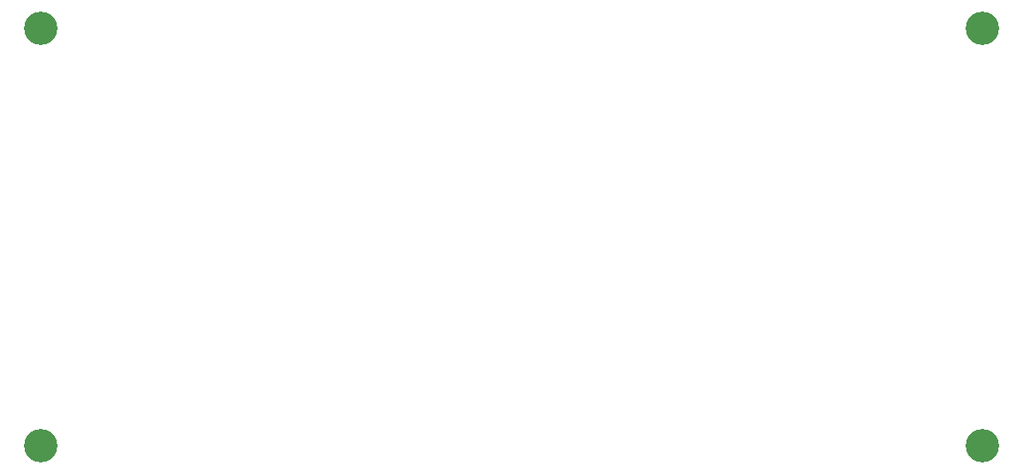
<source format=gbr>
%TF.GenerationSoftware,KiCad,Pcbnew,8.0.6*%
%TF.CreationDate,2025-01-21T08:23:09-05:00*%
%TF.ProjectId,vga_test,7667615f-7465-4737-942e-6b696361645f,rev?*%
%TF.SameCoordinates,Original*%
%TF.FileFunction,NonPlated,1,2,NPTH,Drill*%
%TF.FilePolarity,Positive*%
%FSLAX46Y46*%
G04 Gerber Fmt 4.6, Leading zero omitted, Abs format (unit mm)*
G04 Created by KiCad (PCBNEW 8.0.6) date 2025-01-21 08:23:09*
%MOMM*%
%LPD*%
G01*
G04 APERTURE LIST*
%TA.AperFunction,ComponentDrill*%
%ADD10C,3.200000*%
%TD*%
G04 APERTURE END LIST*
D10*
%TO.C,H3*%
X55000000Y-55000000D03*
X55000000Y-95000000D03*
X145000000Y-55000000D03*
X145000000Y-95000000D03*
M02*

</source>
